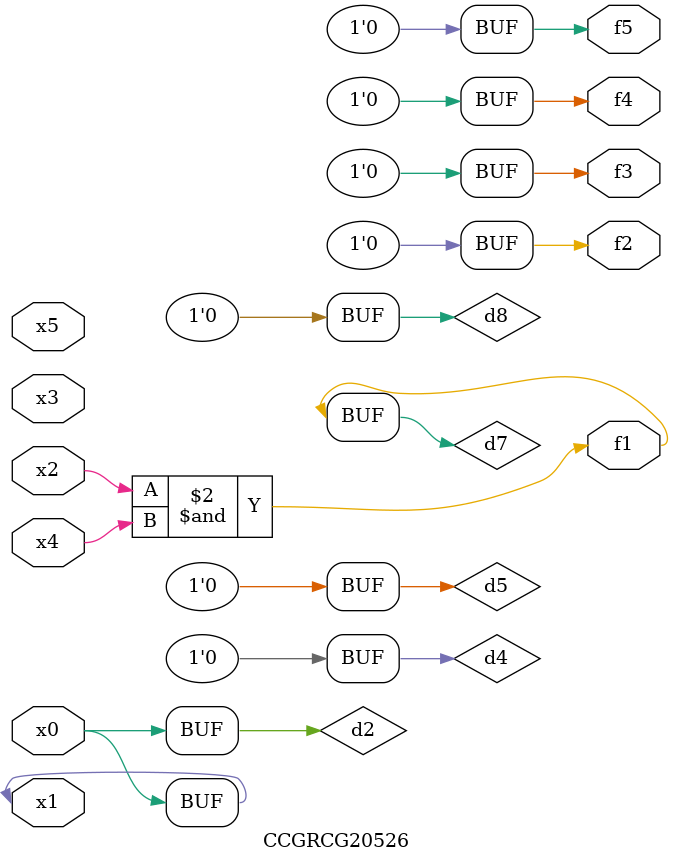
<source format=v>
module CCGRCG20526(
	input x0, x1, x2, x3, x4, x5,
	output f1, f2, f3, f4, f5
);

	wire d1, d2, d3, d4, d5, d6, d7, d8, d9;

	nand (d1, x1);
	buf (d2, x0, x1);
	nand (d3, x2, x4);
	and (d4, d1, d2);
	and (d5, d1, d2);
	nand (d6, d1, d3);
	not (d7, d3);
	xor (d8, d5);
	nor (d9, d5, d6);
	assign f1 = d7;
	assign f2 = d8;
	assign f3 = d8;
	assign f4 = d8;
	assign f5 = d8;
endmodule

</source>
